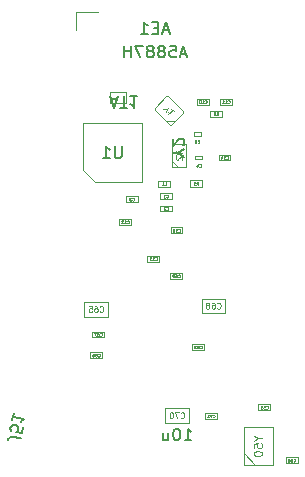
<source format=gbr>
G04 #@! TF.GenerationSoftware,KiCad,Pcbnew,(6.0.4)*
G04 #@! TF.CreationDate,2022-07-14T10:50:46-04:00*
G04 #@! TF.ProjectId,ratkit_design,7261746b-6974-45f6-9465-7369676e2e6b,RatKit2022_proA*
G04 #@! TF.SameCoordinates,PX41672a0PY65bcec0*
G04 #@! TF.FileFunction,AssemblyDrawing,Bot*
%FSLAX46Y46*%
G04 Gerber Fmt 4.6, Leading zero omitted, Abs format (unit mm)*
G04 Created by KiCad (PCBNEW (6.0.4)) date 2022-07-14 10:50:46*
%MOMM*%
%LPD*%
G01*
G04 APERTURE LIST*
%ADD10C,0.150000*%
%ADD11C,0.105000*%
%ADD12C,0.040000*%
%ADD13C,0.080000*%
%ADD14C,0.075000*%
%ADD15C,0.100000*%
G04 APERTURE END LIST*
D10*
G04 #@! TO.C,J51*
X9922916Y19596602D02*
X9222502Y19736685D01*
X9073080Y19718008D01*
X8961014Y19643297D01*
X8886302Y19512553D01*
X8867625Y19419165D01*
X10109695Y20530488D02*
X10016306Y20063545D01*
X9540024Y20110240D01*
X9596057Y20147595D01*
X9661429Y20231645D01*
X9708124Y20465116D01*
X9680107Y20567844D01*
X9642752Y20623877D01*
X9558702Y20689249D01*
X9325230Y20735944D01*
X9222503Y20707927D01*
X9166470Y20670572D01*
X9101098Y20586522D01*
X9054403Y20353051D01*
X9082419Y20250323D01*
X9119775Y20194290D01*
X9325232Y21707186D02*
X9213165Y21146854D01*
X9269198Y21427020D02*
X10249779Y21230902D01*
X10091018Y21165531D01*
X9978951Y21090820D01*
X9913579Y21006770D01*
D11*
G04 #@! TO.C,Y50*
X30031533Y19589667D02*
X30364866Y19589667D01*
X29664866Y19823000D02*
X30031533Y19589667D01*
X29664866Y19356334D01*
X29664866Y18789667D02*
X29664866Y19123000D01*
X29998200Y19156334D01*
X29964866Y19123000D01*
X29931533Y19056334D01*
X29931533Y18889667D01*
X29964866Y18823000D01*
X29998200Y18789667D01*
X30064866Y18756334D01*
X30231533Y18756334D01*
X30298200Y18789667D01*
X30331533Y18823000D01*
X30364866Y18889667D01*
X30364866Y19056334D01*
X30331533Y19123000D01*
X30298200Y19156334D01*
X29664866Y18323000D02*
X29664866Y18256334D01*
X29698200Y18189667D01*
X29731533Y18156334D01*
X29798200Y18123000D01*
X29931533Y18089667D01*
X30098200Y18089667D01*
X30231533Y18123000D01*
X30298200Y18156334D01*
X30331533Y18189667D01*
X30364866Y18256334D01*
X30364866Y18323000D01*
X30331533Y18389667D01*
X30298200Y18423000D01*
X30231533Y18456334D01*
X30098200Y18489667D01*
X29931533Y18489667D01*
X29798200Y18456334D01*
X29731533Y18423000D01*
X29698200Y18389667D01*
X29664866Y18323000D01*
D12*
G04 #@! TO.C,C2*
X22266666Y38950515D02*
X22278571Y38938610D01*
X22314285Y38926705D01*
X22338095Y38926705D01*
X22373809Y38938610D01*
X22397619Y38962420D01*
X22409523Y38986229D01*
X22421428Y39033848D01*
X22421428Y39069562D01*
X22409523Y39117181D01*
X22397619Y39140991D01*
X22373809Y39164800D01*
X22338095Y39176705D01*
X22314285Y39176705D01*
X22278571Y39164800D01*
X22266666Y39152896D01*
X22171428Y39152896D02*
X22159523Y39164800D01*
X22135714Y39176705D01*
X22076190Y39176705D01*
X22052380Y39164800D01*
X22040476Y39152896D01*
X22028571Y39129086D01*
X22028571Y39105277D01*
X22040476Y39069562D01*
X22183333Y38926705D01*
X22028571Y38926705D01*
G04 #@! TO.C,C56*
X33028314Y17639915D02*
X33040219Y17628010D01*
X33075933Y17616105D01*
X33099742Y17616105D01*
X33135457Y17628010D01*
X33159266Y17651820D01*
X33171171Y17675629D01*
X33183076Y17723248D01*
X33183076Y17758962D01*
X33171171Y17806581D01*
X33159266Y17830391D01*
X33135457Y17854200D01*
X33099742Y17866105D01*
X33075933Y17866105D01*
X33040219Y17854200D01*
X33028314Y17842296D01*
X32802123Y17866105D02*
X32921171Y17866105D01*
X32933076Y17747058D01*
X32921171Y17758962D01*
X32897361Y17770867D01*
X32837838Y17770867D01*
X32814028Y17758962D01*
X32802123Y17747058D01*
X32790219Y17723248D01*
X32790219Y17663724D01*
X32802123Y17639915D01*
X32814028Y17628010D01*
X32837838Y17616105D01*
X32897361Y17616105D01*
X32921171Y17628010D01*
X32933076Y17639915D01*
X32575933Y17866105D02*
X32623552Y17866105D01*
X32647361Y17854200D01*
X32659266Y17842296D01*
X32683076Y17806581D01*
X32694980Y17758962D01*
X32694980Y17663724D01*
X32683076Y17639915D01*
X32671171Y17628010D01*
X32647361Y17616105D01*
X32599742Y17616105D01*
X32575933Y17628010D01*
X32564028Y17639915D01*
X32552123Y17663724D01*
X32552123Y17723248D01*
X32564028Y17747058D01*
X32575933Y17758962D01*
X32599742Y17770867D01*
X32647361Y17770867D01*
X32671171Y17758962D01*
X32683076Y17747058D01*
X32694980Y17723248D01*
D10*
G04 #@! TO.C,U1*
X18465704Y44311820D02*
X18465704Y43502296D01*
X18418085Y43407058D01*
X18370466Y43359439D01*
X18275228Y43311820D01*
X18084752Y43311820D01*
X17989514Y43359439D01*
X17941895Y43407058D01*
X17894276Y43502296D01*
X17894276Y44311820D01*
X16894276Y43311820D02*
X17465704Y43311820D01*
X17179990Y43311820D02*
X17179990Y44311820D01*
X17275228Y44168962D01*
X17370466Y44073724D01*
X17465704Y44026105D01*
D12*
G04 #@! TO.C,C69*
X23249314Y33235515D02*
X23261219Y33223610D01*
X23296933Y33211705D01*
X23320742Y33211705D01*
X23356457Y33223610D01*
X23380266Y33247420D01*
X23392171Y33271229D01*
X23404076Y33318848D01*
X23404076Y33354562D01*
X23392171Y33402181D01*
X23380266Y33425991D01*
X23356457Y33449800D01*
X23320742Y33461705D01*
X23296933Y33461705D01*
X23261219Y33449800D01*
X23249314Y33437896D01*
X23035028Y33461705D02*
X23082647Y33461705D01*
X23106457Y33449800D01*
X23118361Y33437896D01*
X23142171Y33402181D01*
X23154076Y33354562D01*
X23154076Y33259324D01*
X23142171Y33235515D01*
X23130266Y33223610D01*
X23106457Y33211705D01*
X23058838Y33211705D01*
X23035028Y33223610D01*
X23023123Y33235515D01*
X23011219Y33259324D01*
X23011219Y33318848D01*
X23023123Y33342658D01*
X23035028Y33354562D01*
X23058838Y33366467D01*
X23106457Y33366467D01*
X23130266Y33354562D01*
X23142171Y33342658D01*
X23154076Y33318848D01*
X22892171Y33211705D02*
X22844552Y33211705D01*
X22820742Y33223610D01*
X22808838Y33235515D01*
X22785028Y33271229D01*
X22773123Y33318848D01*
X22773123Y33414086D01*
X22785028Y33437896D01*
X22796933Y33449800D01*
X22820742Y33461705D01*
X22868361Y33461705D01*
X22892171Y33449800D01*
X22904076Y33437896D01*
X22915980Y33414086D01*
X22915980Y33354562D01*
X22904076Y33330753D01*
X22892171Y33318848D01*
X22868361Y33306943D01*
X22820742Y33306943D01*
X22796933Y33318848D01*
X22785028Y33330753D01*
X22773123Y33354562D01*
G04 #@! TO.C,C71*
X26193114Y21373715D02*
X26205019Y21361810D01*
X26240733Y21349905D01*
X26264542Y21349905D01*
X26300257Y21361810D01*
X26324066Y21385620D01*
X26335971Y21409429D01*
X26347876Y21457048D01*
X26347876Y21492762D01*
X26335971Y21540381D01*
X26324066Y21564191D01*
X26300257Y21588000D01*
X26264542Y21599905D01*
X26240733Y21599905D01*
X26205019Y21588000D01*
X26193114Y21576096D01*
X26109780Y21599905D02*
X25943114Y21599905D01*
X26050257Y21349905D01*
X25716923Y21349905D02*
X25859780Y21349905D01*
X25788352Y21349905D02*
X25788352Y21599905D01*
X25812161Y21564191D01*
X25835971Y21540381D01*
X25859780Y21528477D01*
G04 #@! TO.C,C3*
X19372733Y39734343D02*
X19385114Y39721962D01*
X19422257Y39709581D01*
X19447019Y39709581D01*
X19484161Y39721962D01*
X19508923Y39746724D01*
X19521304Y39771486D01*
X19533685Y39821010D01*
X19533685Y39858153D01*
X19521304Y39907677D01*
X19508923Y39932439D01*
X19484161Y39957200D01*
X19447019Y39969581D01*
X19422257Y39969581D01*
X19385114Y39957200D01*
X19372733Y39944820D01*
X19286066Y39969581D02*
X19125114Y39969581D01*
X19211780Y39870534D01*
X19174638Y39870534D01*
X19149876Y39858153D01*
X19137495Y39845772D01*
X19125114Y39821010D01*
X19125114Y39759105D01*
X19137495Y39734343D01*
X19149876Y39721962D01*
X19174638Y39709581D01*
X19248923Y39709581D01*
X19273685Y39721962D01*
X19286066Y39734343D01*
G04 #@! TO.C,C4*
X25060666Y42588515D02*
X25072571Y42576610D01*
X25108285Y42564705D01*
X25132095Y42564705D01*
X25167809Y42576610D01*
X25191619Y42600420D01*
X25203523Y42624229D01*
X25215428Y42671848D01*
X25215428Y42707562D01*
X25203523Y42755181D01*
X25191619Y42778991D01*
X25167809Y42802800D01*
X25132095Y42814705D01*
X25108285Y42814705D01*
X25072571Y42802800D01*
X25060666Y42790896D01*
X24846380Y42731372D02*
X24846380Y42564705D01*
X24905904Y42826610D02*
X24965428Y42648039D01*
X24810666Y42648039D01*
D13*
G04 #@! TO.C,C68*
X26559628Y30606229D02*
X26583438Y30582420D01*
X26654866Y30558610D01*
X26702485Y30558610D01*
X26773914Y30582420D01*
X26821533Y30630039D01*
X26845342Y30677658D01*
X26869152Y30772896D01*
X26869152Y30844324D01*
X26845342Y30939562D01*
X26821533Y30987181D01*
X26773914Y31034800D01*
X26702485Y31058610D01*
X26654866Y31058610D01*
X26583438Y31034800D01*
X26559628Y31010991D01*
X26131057Y31058610D02*
X26226295Y31058610D01*
X26273914Y31034800D01*
X26297723Y31010991D01*
X26345342Y30939562D01*
X26369152Y30844324D01*
X26369152Y30653848D01*
X26345342Y30606229D01*
X26321533Y30582420D01*
X26273914Y30558610D01*
X26178676Y30558610D01*
X26131057Y30582420D01*
X26107247Y30606229D01*
X26083438Y30653848D01*
X26083438Y30772896D01*
X26107247Y30820515D01*
X26131057Y30844324D01*
X26178676Y30868134D01*
X26273914Y30868134D01*
X26321533Y30844324D01*
X26345342Y30820515D01*
X26369152Y30772896D01*
X25797723Y30844324D02*
X25845342Y30868134D01*
X25869152Y30891943D01*
X25892961Y30939562D01*
X25892961Y30963372D01*
X25869152Y31010991D01*
X25845342Y31034800D01*
X25797723Y31058610D01*
X25702485Y31058610D01*
X25654866Y31034800D01*
X25631057Y31010991D01*
X25607247Y30963372D01*
X25607247Y30939562D01*
X25631057Y30891943D01*
X25654866Y30868134D01*
X25702485Y30844324D01*
X25797723Y30844324D01*
X25845342Y30820515D01*
X25869152Y30796705D01*
X25892961Y30749086D01*
X25892961Y30653848D01*
X25869152Y30606229D01*
X25845342Y30582420D01*
X25797723Y30558610D01*
X25702485Y30558610D01*
X25654866Y30582420D01*
X25631057Y30606229D01*
X25607247Y30653848D01*
X25607247Y30749086D01*
X25631057Y30796705D01*
X25654866Y30820515D01*
X25702485Y30844324D01*
D10*
G04 #@! TO.C,AT1*
X17599161Y48286967D02*
X18075352Y48286967D01*
X17503923Y48572681D02*
X17837257Y47572681D01*
X18170590Y48572681D01*
X18361066Y47572681D02*
X18932495Y47572681D01*
X18646780Y48572681D02*
X18646780Y47572681D01*
X19789638Y48572681D02*
X19218209Y48572681D01*
X19503923Y48572681D02*
X19503923Y47572681D01*
X19408685Y47715539D01*
X19313447Y47810777D01*
X19218209Y47858396D01*
D12*
G04 #@! TO.C,C12*
X18931314Y37807515D02*
X18943219Y37795610D01*
X18978933Y37783705D01*
X19002742Y37783705D01*
X19038457Y37795610D01*
X19062266Y37819420D01*
X19074171Y37843229D01*
X19086076Y37890848D01*
X19086076Y37926562D01*
X19074171Y37974181D01*
X19062266Y37997991D01*
X19038457Y38021800D01*
X19002742Y38033705D01*
X18978933Y38033705D01*
X18943219Y38021800D01*
X18931314Y38009896D01*
X18693219Y37783705D02*
X18836076Y37783705D01*
X18764647Y37783705D02*
X18764647Y38033705D01*
X18788457Y37997991D01*
X18812266Y37974181D01*
X18836076Y37962277D01*
X18597980Y38009896D02*
X18586076Y38021800D01*
X18562266Y38033705D01*
X18502742Y38033705D01*
X18478933Y38021800D01*
X18467028Y38009896D01*
X18455123Y37986086D01*
X18455123Y37962277D01*
X18467028Y37926562D01*
X18609885Y37783705D01*
X18455123Y37783705D01*
G04 #@! TO.C,L1*
X22088866Y41034905D02*
X22207914Y41034905D01*
X22207914Y41284905D01*
X21874580Y41034905D02*
X22017438Y41034905D01*
X21946009Y41034905D02*
X21946009Y41284905D01*
X21969819Y41249191D01*
X21993628Y41225381D01*
X22017438Y41213477D01*
G04 #@! TO.C,R1*
X24808333Y41030381D02*
X24895000Y41154191D01*
X24956904Y41030381D02*
X24956904Y41290381D01*
X24857857Y41290381D01*
X24833095Y41278000D01*
X24820714Y41265620D01*
X24808333Y41240858D01*
X24808333Y41203715D01*
X24820714Y41178953D01*
X24833095Y41166572D01*
X24857857Y41154191D01*
X24956904Y41154191D01*
X24560714Y41030381D02*
X24709285Y41030381D01*
X24635000Y41030381D02*
X24635000Y41290381D01*
X24659761Y41253239D01*
X24684523Y41228477D01*
X24709285Y41216096D01*
G04 #@! TO.C,C55*
X30716914Y22110315D02*
X30728819Y22098410D01*
X30764533Y22086505D01*
X30788342Y22086505D01*
X30824057Y22098410D01*
X30847866Y22122220D01*
X30859771Y22146029D01*
X30871676Y22193648D01*
X30871676Y22229362D01*
X30859771Y22276981D01*
X30847866Y22300791D01*
X30824057Y22324600D01*
X30788342Y22336505D01*
X30764533Y22336505D01*
X30728819Y22324600D01*
X30716914Y22312696D01*
X30490723Y22336505D02*
X30609771Y22336505D01*
X30621676Y22217458D01*
X30609771Y22229362D01*
X30585961Y22241267D01*
X30526438Y22241267D01*
X30502628Y22229362D01*
X30490723Y22217458D01*
X30478819Y22193648D01*
X30478819Y22134124D01*
X30490723Y22110315D01*
X30502628Y22098410D01*
X30526438Y22086505D01*
X30585961Y22086505D01*
X30609771Y22098410D01*
X30621676Y22110315D01*
X30252628Y22336505D02*
X30371676Y22336505D01*
X30383580Y22217458D01*
X30371676Y22229362D01*
X30347866Y22241267D01*
X30288342Y22241267D01*
X30264533Y22229362D01*
X30252628Y22217458D01*
X30240723Y22193648D01*
X30240723Y22134124D01*
X30252628Y22110315D01*
X30264533Y22098410D01*
X30288342Y22086505D01*
X30347866Y22086505D01*
X30371676Y22098410D01*
X30383580Y22110315D01*
D13*
G04 #@! TO.C,C65*
X16628228Y30326829D02*
X16652038Y30303020D01*
X16723466Y30279210D01*
X16771085Y30279210D01*
X16842514Y30303020D01*
X16890133Y30350639D01*
X16913942Y30398258D01*
X16937752Y30493496D01*
X16937752Y30564924D01*
X16913942Y30660162D01*
X16890133Y30707781D01*
X16842514Y30755400D01*
X16771085Y30779210D01*
X16723466Y30779210D01*
X16652038Y30755400D01*
X16628228Y30731591D01*
X16199657Y30779210D02*
X16294895Y30779210D01*
X16342514Y30755400D01*
X16366323Y30731591D01*
X16413942Y30660162D01*
X16437752Y30564924D01*
X16437752Y30374448D01*
X16413942Y30326829D01*
X16390133Y30303020D01*
X16342514Y30279210D01*
X16247276Y30279210D01*
X16199657Y30303020D01*
X16175847Y30326829D01*
X16152038Y30374448D01*
X16152038Y30493496D01*
X16175847Y30541115D01*
X16199657Y30564924D01*
X16247276Y30588734D01*
X16342514Y30588734D01*
X16390133Y30564924D01*
X16413942Y30541115D01*
X16437752Y30493496D01*
X15699657Y30779210D02*
X15937752Y30779210D01*
X15961561Y30541115D01*
X15937752Y30564924D01*
X15890133Y30588734D01*
X15771085Y30588734D01*
X15723466Y30564924D01*
X15699657Y30541115D01*
X15675847Y30493496D01*
X15675847Y30374448D01*
X15699657Y30326829D01*
X15723466Y30303020D01*
X15771085Y30279210D01*
X15890133Y30279210D01*
X15937752Y30303020D01*
X15961561Y30326829D01*
D12*
G04 #@! TO.C,C66*
X16467514Y26529915D02*
X16479419Y26518010D01*
X16515133Y26506105D01*
X16538942Y26506105D01*
X16574657Y26518010D01*
X16598466Y26541820D01*
X16610371Y26565629D01*
X16622276Y26613248D01*
X16622276Y26648962D01*
X16610371Y26696581D01*
X16598466Y26720391D01*
X16574657Y26744200D01*
X16538942Y26756105D01*
X16515133Y26756105D01*
X16479419Y26744200D01*
X16467514Y26732296D01*
X16253228Y26756105D02*
X16300847Y26756105D01*
X16324657Y26744200D01*
X16336561Y26732296D01*
X16360371Y26696581D01*
X16372276Y26648962D01*
X16372276Y26553724D01*
X16360371Y26529915D01*
X16348466Y26518010D01*
X16324657Y26506105D01*
X16277038Y26506105D01*
X16253228Y26518010D01*
X16241323Y26529915D01*
X16229419Y26553724D01*
X16229419Y26613248D01*
X16241323Y26637058D01*
X16253228Y26648962D01*
X16277038Y26660867D01*
X16324657Y26660867D01*
X16348466Y26648962D01*
X16360371Y26637058D01*
X16372276Y26613248D01*
X16015133Y26756105D02*
X16062752Y26756105D01*
X16086561Y26744200D01*
X16098466Y26732296D01*
X16122276Y26696581D01*
X16134180Y26648962D01*
X16134180Y26553724D01*
X16122276Y26529915D01*
X16110371Y26518010D01*
X16086561Y26506105D01*
X16038942Y26506105D01*
X16015133Y26518010D01*
X16003228Y26529915D01*
X15991323Y26553724D01*
X15991323Y26613248D01*
X16003228Y26637058D01*
X16015133Y26648962D01*
X16038942Y26660867D01*
X16086561Y26660867D01*
X16110371Y26648962D01*
X16122276Y26637058D01*
X16134180Y26613248D01*
G04 #@! TO.C,C14*
X27338714Y43268515D02*
X27350619Y43256610D01*
X27386333Y43244705D01*
X27410142Y43244705D01*
X27445857Y43256610D01*
X27469666Y43280420D01*
X27481571Y43304229D01*
X27493476Y43351848D01*
X27493476Y43387562D01*
X27481571Y43435181D01*
X27469666Y43458991D01*
X27445857Y43482800D01*
X27410142Y43494705D01*
X27386333Y43494705D01*
X27350619Y43482800D01*
X27338714Y43470896D01*
X27100619Y43244705D02*
X27243476Y43244705D01*
X27172047Y43244705D02*
X27172047Y43494705D01*
X27195857Y43458991D01*
X27219666Y43435181D01*
X27243476Y43423277D01*
X26886333Y43411372D02*
X26886333Y43244705D01*
X26945857Y43506610D02*
X27005380Y43328039D01*
X26850619Y43328039D01*
G04 #@! TO.C,C10*
X25509914Y47992915D02*
X25521819Y47981010D01*
X25557533Y47969105D01*
X25581342Y47969105D01*
X25617057Y47981010D01*
X25640866Y48004820D01*
X25652771Y48028629D01*
X25664676Y48076248D01*
X25664676Y48111962D01*
X25652771Y48159581D01*
X25640866Y48183391D01*
X25617057Y48207200D01*
X25581342Y48219105D01*
X25557533Y48219105D01*
X25521819Y48207200D01*
X25509914Y48195296D01*
X25271819Y47969105D02*
X25414676Y47969105D01*
X25343247Y47969105D02*
X25343247Y48219105D01*
X25367057Y48183391D01*
X25390866Y48159581D01*
X25414676Y48147677D01*
X25117057Y48219105D02*
X25093247Y48219105D01*
X25069438Y48207200D01*
X25057533Y48195296D01*
X25045628Y48171486D01*
X25033723Y48123867D01*
X25033723Y48064343D01*
X25045628Y48016724D01*
X25057533Y47992915D01*
X25069438Y47981010D01*
X25093247Y47969105D01*
X25117057Y47969105D01*
X25140866Y47981010D01*
X25152771Y47992915D01*
X25164676Y48016724D01*
X25176580Y48064343D01*
X25176580Y48123867D01*
X25164676Y48171486D01*
X25152771Y48195296D01*
X25140866Y48207200D01*
X25117057Y48219105D01*
D10*
G04 #@! TO.C,AE1*
X23947266Y52124934D02*
X23471076Y52124934D01*
X24042504Y51839220D02*
X23709171Y52839220D01*
X23375838Y51839220D01*
X22566314Y52839220D02*
X23042504Y52839220D01*
X23090123Y52363029D01*
X23042504Y52410648D01*
X22947266Y52458267D01*
X22709171Y52458267D01*
X22613933Y52410648D01*
X22566314Y52363029D01*
X22518695Y52267791D01*
X22518695Y52029696D01*
X22566314Y51934458D01*
X22613933Y51886839D01*
X22709171Y51839220D01*
X22947266Y51839220D01*
X23042504Y51886839D01*
X23090123Y51934458D01*
X21947266Y52410648D02*
X22042504Y52458267D01*
X22090123Y52505886D01*
X22137742Y52601124D01*
X22137742Y52648743D01*
X22090123Y52743981D01*
X22042504Y52791600D01*
X21947266Y52839220D01*
X21756790Y52839220D01*
X21661552Y52791600D01*
X21613933Y52743981D01*
X21566314Y52648743D01*
X21566314Y52601124D01*
X21613933Y52505886D01*
X21661552Y52458267D01*
X21756790Y52410648D01*
X21947266Y52410648D01*
X22042504Y52363029D01*
X22090123Y52315410D01*
X22137742Y52220172D01*
X22137742Y52029696D01*
X22090123Y51934458D01*
X22042504Y51886839D01*
X21947266Y51839220D01*
X21756790Y51839220D01*
X21661552Y51886839D01*
X21613933Y51934458D01*
X21566314Y52029696D01*
X21566314Y52220172D01*
X21613933Y52315410D01*
X21661552Y52363029D01*
X21756790Y52410648D01*
X20994885Y52410648D02*
X21090123Y52458267D01*
X21137742Y52505886D01*
X21185361Y52601124D01*
X21185361Y52648743D01*
X21137742Y52743981D01*
X21090123Y52791600D01*
X20994885Y52839220D01*
X20804409Y52839220D01*
X20709171Y52791600D01*
X20661552Y52743981D01*
X20613933Y52648743D01*
X20613933Y52601124D01*
X20661552Y52505886D01*
X20709171Y52458267D01*
X20804409Y52410648D01*
X20994885Y52410648D01*
X21090123Y52363029D01*
X21137742Y52315410D01*
X21185361Y52220172D01*
X21185361Y52029696D01*
X21137742Y51934458D01*
X21090123Y51886839D01*
X20994885Y51839220D01*
X20804409Y51839220D01*
X20709171Y51886839D01*
X20661552Y51934458D01*
X20613933Y52029696D01*
X20613933Y52220172D01*
X20661552Y52315410D01*
X20709171Y52363029D01*
X20804409Y52410648D01*
X20280600Y52839220D02*
X19613933Y52839220D01*
X20042504Y51839220D01*
X19232980Y51839220D02*
X19232980Y52839220D01*
X19232980Y52363029D02*
X18661552Y52363029D01*
X18661552Y51839220D02*
X18661552Y52839220D01*
X22447266Y54124934D02*
X21971076Y54124934D01*
X22542504Y53839220D02*
X22209171Y54839220D01*
X21875838Y53839220D01*
X21542504Y54363029D02*
X21209171Y54363029D01*
X21066314Y53839220D02*
X21542504Y53839220D01*
X21542504Y54839220D01*
X21066314Y54839220D01*
X20113933Y53839220D02*
X20685361Y53839220D01*
X20399647Y53839220D02*
X20399647Y54839220D01*
X20494885Y54696362D01*
X20590123Y54601124D01*
X20685361Y54553505D01*
D12*
G04 #@! TO.C,R2*
X26510133Y46923181D02*
X26596800Y47046991D01*
X26658704Y46923181D02*
X26658704Y47183181D01*
X26559657Y47183181D01*
X26534895Y47170800D01*
X26522514Y47158420D01*
X26510133Y47133658D01*
X26510133Y47096515D01*
X26522514Y47071753D01*
X26534895Y47059372D01*
X26559657Y47046991D01*
X26658704Y47046991D01*
X26411085Y47158420D02*
X26398704Y47170800D01*
X26373942Y47183181D01*
X26312038Y47183181D01*
X26287276Y47170800D01*
X26274895Y47158420D01*
X26262514Y47133658D01*
X26262514Y47108896D01*
X26274895Y47071753D01*
X26423466Y46923181D01*
X26262514Y46923181D01*
G04 #@! TO.C,C15*
X21318914Y34708715D02*
X21330819Y34696810D01*
X21366533Y34684905D01*
X21390342Y34684905D01*
X21426057Y34696810D01*
X21449866Y34720620D01*
X21461771Y34744429D01*
X21473676Y34792048D01*
X21473676Y34827762D01*
X21461771Y34875381D01*
X21449866Y34899191D01*
X21426057Y34923000D01*
X21390342Y34934905D01*
X21366533Y34934905D01*
X21330819Y34923000D01*
X21318914Y34911096D01*
X21080819Y34684905D02*
X21223676Y34684905D01*
X21152247Y34684905D02*
X21152247Y34934905D01*
X21176057Y34899191D01*
X21199866Y34875381D01*
X21223676Y34863477D01*
X20854628Y34934905D02*
X20973676Y34934905D01*
X20985580Y34815858D01*
X20973676Y34827762D01*
X20949866Y34839667D01*
X20890342Y34839667D01*
X20866533Y34827762D01*
X20854628Y34815858D01*
X20842723Y34792048D01*
X20842723Y34732524D01*
X20854628Y34708715D01*
X20866533Y34696810D01*
X20890342Y34684905D01*
X20949866Y34684905D01*
X20973676Y34696810D01*
X20985580Y34708715D01*
G04 #@! TO.C,C16*
X23274714Y37096315D02*
X23286619Y37084410D01*
X23322333Y37072505D01*
X23346142Y37072505D01*
X23381857Y37084410D01*
X23405666Y37108220D01*
X23417571Y37132029D01*
X23429476Y37179648D01*
X23429476Y37215362D01*
X23417571Y37262981D01*
X23405666Y37286791D01*
X23381857Y37310600D01*
X23346142Y37322505D01*
X23322333Y37322505D01*
X23286619Y37310600D01*
X23274714Y37298696D01*
X23036619Y37072505D02*
X23179476Y37072505D01*
X23108047Y37072505D02*
X23108047Y37322505D01*
X23131857Y37286791D01*
X23155666Y37262981D01*
X23179476Y37251077D01*
X22822333Y37322505D02*
X22869952Y37322505D01*
X22893761Y37310600D01*
X22905666Y37298696D01*
X22929476Y37262981D01*
X22941380Y37215362D01*
X22941380Y37120124D01*
X22929476Y37096315D01*
X22917571Y37084410D01*
X22893761Y37072505D01*
X22846142Y37072505D01*
X22822333Y37084410D01*
X22810428Y37096315D01*
X22798523Y37120124D01*
X22798523Y37179648D01*
X22810428Y37203458D01*
X22822333Y37215362D01*
X22846142Y37227267D01*
X22893761Y37227267D01*
X22917571Y37215362D01*
X22929476Y37203458D01*
X22941380Y37179648D01*
G04 #@! TO.C,C5*
X24908266Y44595115D02*
X24920171Y44583210D01*
X24955885Y44571305D01*
X24979695Y44571305D01*
X25015409Y44583210D01*
X25039219Y44607020D01*
X25051123Y44630829D01*
X25063028Y44678448D01*
X25063028Y44714162D01*
X25051123Y44761781D01*
X25039219Y44785591D01*
X25015409Y44809400D01*
X24979695Y44821305D01*
X24955885Y44821305D01*
X24920171Y44809400D01*
X24908266Y44797496D01*
X24682076Y44821305D02*
X24801123Y44821305D01*
X24813028Y44702258D01*
X24801123Y44714162D01*
X24777314Y44726067D01*
X24717790Y44726067D01*
X24693980Y44714162D01*
X24682076Y44702258D01*
X24670171Y44678448D01*
X24670171Y44618924D01*
X24682076Y44595115D01*
X24693980Y44583210D01*
X24717790Y44571305D01*
X24777314Y44571305D01*
X24801123Y44583210D01*
X24813028Y44595115D01*
G04 #@! TO.C,C67*
X16645314Y28282515D02*
X16657219Y28270610D01*
X16692933Y28258705D01*
X16716742Y28258705D01*
X16752457Y28270610D01*
X16776266Y28294420D01*
X16788171Y28318229D01*
X16800076Y28365848D01*
X16800076Y28401562D01*
X16788171Y28449181D01*
X16776266Y28472991D01*
X16752457Y28496800D01*
X16716742Y28508705D01*
X16692933Y28508705D01*
X16657219Y28496800D01*
X16645314Y28484896D01*
X16431028Y28508705D02*
X16478647Y28508705D01*
X16502457Y28496800D01*
X16514361Y28484896D01*
X16538171Y28449181D01*
X16550076Y28401562D01*
X16550076Y28306324D01*
X16538171Y28282515D01*
X16526266Y28270610D01*
X16502457Y28258705D01*
X16454838Y28258705D01*
X16431028Y28270610D01*
X16419123Y28282515D01*
X16407219Y28306324D01*
X16407219Y28365848D01*
X16419123Y28389658D01*
X16431028Y28401562D01*
X16454838Y28413467D01*
X16502457Y28413467D01*
X16526266Y28401562D01*
X16538171Y28389658D01*
X16550076Y28365848D01*
X16323885Y28508705D02*
X16157219Y28508705D01*
X16264361Y28258705D01*
D10*
G04 #@! TO.C,C70*
X23807657Y19411420D02*
X24379085Y19411420D01*
X24093371Y19411420D02*
X24093371Y20411420D01*
X24188609Y20268562D01*
X24283847Y20173324D01*
X24379085Y20125705D01*
X23188609Y20411420D02*
X23093371Y20411420D01*
X22998133Y20363800D01*
X22950514Y20316181D01*
X22902895Y20220943D01*
X22855276Y20030467D01*
X22855276Y19792372D01*
X22902895Y19601896D01*
X22950514Y19506658D01*
X22998133Y19459039D01*
X23093371Y19411420D01*
X23188609Y19411420D01*
X23283847Y19459039D01*
X23331466Y19506658D01*
X23379085Y19601896D01*
X23426704Y19792372D01*
X23426704Y20030467D01*
X23379085Y20220943D01*
X23331466Y20316181D01*
X23283847Y20363800D01*
X23188609Y20411420D01*
X21998133Y20078086D02*
X21998133Y19411420D01*
X22426704Y20078086D02*
X22426704Y19554277D01*
X22379085Y19459039D01*
X22283847Y19411420D01*
X22140990Y19411420D01*
X22045752Y19459039D01*
X21998133Y19506658D01*
D13*
X23486228Y21335229D02*
X23510038Y21311420D01*
X23581466Y21287610D01*
X23629085Y21287610D01*
X23700514Y21311420D01*
X23748133Y21359039D01*
X23771942Y21406658D01*
X23795752Y21501896D01*
X23795752Y21573324D01*
X23771942Y21668562D01*
X23748133Y21716181D01*
X23700514Y21763800D01*
X23629085Y21787610D01*
X23581466Y21787610D01*
X23510038Y21763800D01*
X23486228Y21739991D01*
X23319561Y21787610D02*
X22986228Y21787610D01*
X23200514Y21287610D01*
X22700514Y21787610D02*
X22652895Y21787610D01*
X22605276Y21763800D01*
X22581466Y21739991D01*
X22557657Y21692372D01*
X22533847Y21597134D01*
X22533847Y21478086D01*
X22557657Y21382848D01*
X22581466Y21335229D01*
X22605276Y21311420D01*
X22652895Y21287610D01*
X22700514Y21287610D01*
X22748133Y21311420D01*
X22771942Y21335229D01*
X22795752Y21382848D01*
X22819561Y21478086D01*
X22819561Y21597134D01*
X22795752Y21692372D01*
X22771942Y21739991D01*
X22748133Y21763800D01*
X22700514Y21787610D01*
D14*
G04 #@! TO.C,Y2*
X23327245Y43777146D02*
X23565340Y43777146D01*
X23065340Y43943812D02*
X23327245Y43777146D01*
X23065340Y43610479D01*
X23112959Y43467622D02*
X23089150Y43443812D01*
X23065340Y43396193D01*
X23065340Y43277146D01*
X23089150Y43229527D01*
X23112959Y43205717D01*
X23160578Y43181908D01*
X23208197Y43181908D01*
X23279626Y43205717D01*
X23565340Y43491431D01*
X23565340Y43181908D01*
D10*
X23262959Y43762860D02*
X22786769Y43762860D01*
X23786769Y43429527D02*
X23262959Y43762860D01*
X23786769Y44096193D01*
X23691530Y44381908D02*
X23739150Y44429527D01*
X23786769Y44524765D01*
X23786769Y44762860D01*
X23739150Y44858098D01*
X23691530Y44905717D01*
X23596292Y44953336D01*
X23501054Y44953336D01*
X23358197Y44905717D01*
X22786769Y44334289D01*
X22786769Y44953336D01*
D12*
G04 #@! TO.C,C63*
X25103514Y27215715D02*
X25115419Y27203810D01*
X25151133Y27191905D01*
X25174942Y27191905D01*
X25210657Y27203810D01*
X25234466Y27227620D01*
X25246371Y27251429D01*
X25258276Y27299048D01*
X25258276Y27334762D01*
X25246371Y27382381D01*
X25234466Y27406191D01*
X25210657Y27430000D01*
X25174942Y27441905D01*
X25151133Y27441905D01*
X25115419Y27430000D01*
X25103514Y27418096D01*
X24889228Y27441905D02*
X24936847Y27441905D01*
X24960657Y27430000D01*
X24972561Y27418096D01*
X24996371Y27382381D01*
X25008276Y27334762D01*
X25008276Y27239524D01*
X24996371Y27215715D01*
X24984466Y27203810D01*
X24960657Y27191905D01*
X24913038Y27191905D01*
X24889228Y27203810D01*
X24877323Y27215715D01*
X24865419Y27239524D01*
X24865419Y27299048D01*
X24877323Y27322858D01*
X24889228Y27334762D01*
X24913038Y27346667D01*
X24960657Y27346667D01*
X24984466Y27334762D01*
X24996371Y27322858D01*
X25008276Y27299048D01*
X24782085Y27441905D02*
X24627323Y27441905D01*
X24710657Y27346667D01*
X24674942Y27346667D01*
X24651133Y27334762D01*
X24639228Y27322858D01*
X24627323Y27299048D01*
X24627323Y27239524D01*
X24639228Y27215715D01*
X24651133Y27203810D01*
X24674942Y27191905D01*
X24746371Y27191905D01*
X24770180Y27203810D01*
X24782085Y27215715D01*
G04 #@! TO.C,C1*
X22266666Y39991915D02*
X22278571Y39980010D01*
X22314285Y39968105D01*
X22338095Y39968105D01*
X22373809Y39980010D01*
X22397619Y40003820D01*
X22409523Y40027629D01*
X22421428Y40075248D01*
X22421428Y40110962D01*
X22409523Y40158581D01*
X22397619Y40182391D01*
X22373809Y40206200D01*
X22338095Y40218105D01*
X22314285Y40218105D01*
X22278571Y40206200D01*
X22266666Y40194296D01*
X22028571Y39968105D02*
X22171428Y39968105D01*
X22100000Y39968105D02*
X22100000Y40218105D01*
X22123809Y40182391D01*
X22147619Y40158581D01*
X22171428Y40146677D01*
D14*
G04 #@! TO.C,Y1*
X22307340Y47510007D02*
X22475699Y47678366D01*
X22004294Y47442664D02*
X22307340Y47510007D01*
X22239996Y47206962D01*
X22896595Y47257469D02*
X22694565Y47459500D01*
X22795580Y47358484D02*
X22442027Y47004931D01*
X22458863Y47089110D01*
X22458863Y47156454D01*
X22442027Y47206962D01*
D12*
G04 #@! TO.C,C11*
X27465714Y47992915D02*
X27477619Y47981010D01*
X27513333Y47969105D01*
X27537142Y47969105D01*
X27572857Y47981010D01*
X27596666Y48004820D01*
X27608571Y48028629D01*
X27620476Y48076248D01*
X27620476Y48111962D01*
X27608571Y48159581D01*
X27596666Y48183391D01*
X27572857Y48207200D01*
X27537142Y48219105D01*
X27513333Y48219105D01*
X27477619Y48207200D01*
X27465714Y48195296D01*
X27227619Y47969105D02*
X27370476Y47969105D01*
X27299047Y47969105D02*
X27299047Y48219105D01*
X27322857Y48183391D01*
X27346666Y48159581D01*
X27370476Y48147677D01*
X26989523Y47969105D02*
X27132380Y47969105D01*
X27060952Y47969105D02*
X27060952Y48219105D01*
X27084761Y48183391D01*
X27108571Y48159581D01*
X27132380Y48147677D01*
D15*
G04 #@! TO.C,Y50*
X29798200Y17323000D02*
X28798200Y18323000D01*
X28798200Y20523000D02*
X31298200Y20523000D01*
X28798200Y17323000D02*
X28798200Y20523000D01*
X31298200Y20523000D02*
X31298200Y17323000D01*
X31298200Y17323000D02*
X28798200Y17323000D01*
G04 #@! TO.C,C2*
X21725000Y38789800D02*
X22725000Y38789800D01*
X21725000Y39289800D02*
X21725000Y38789800D01*
X22725000Y38789800D02*
X22725000Y39289800D01*
X22725000Y39289800D02*
X21725000Y39289800D01*
G04 #@! TO.C,C56*
X32367600Y17979200D02*
X32367600Y17479200D01*
X33367600Y17479200D02*
X33367600Y17979200D01*
X32367600Y17479200D02*
X33367600Y17479200D01*
X33367600Y17979200D02*
X32367600Y17979200D01*
G04 #@! TO.C,U1*
X15203800Y42264200D02*
X16203800Y41264200D01*
X15203800Y46264200D02*
X15203800Y42264200D01*
X20203800Y46264200D02*
X15203800Y46264200D01*
X16203800Y41264200D02*
X20203800Y41264200D01*
X20203800Y41264200D02*
X20203800Y46264200D01*
G04 #@! TO.C,C69*
X23588600Y33574800D02*
X22588600Y33574800D01*
X23588600Y33074800D02*
X23588600Y33574800D01*
X22588600Y33074800D02*
X23588600Y33074800D01*
X22588600Y33574800D02*
X22588600Y33074800D01*
G04 #@! TO.C,C71*
X26532400Y21713000D02*
X25532400Y21713000D01*
X26532400Y21213000D02*
X26532400Y21713000D01*
X25532400Y21213000D02*
X26532400Y21213000D01*
X25532400Y21713000D02*
X25532400Y21213000D01*
G04 #@! TO.C,C3*
X19854400Y39557200D02*
X19854400Y40097200D01*
X18804400Y40097200D02*
X18804400Y39557200D01*
X19854400Y40097200D02*
X18804400Y40097200D01*
X18804400Y39557200D02*
X19854400Y39557200D01*
G04 #@! TO.C,C4*
X24719000Y43507800D02*
X24719000Y43207800D01*
X24719000Y43207800D02*
X25319000Y43207800D01*
X25319000Y43507800D02*
X24719000Y43507800D01*
X25319000Y43207800D02*
X25319000Y43507800D01*
G04 #@! TO.C,C68*
X25238200Y30159800D02*
X27238200Y30159800D01*
X25238200Y31409800D02*
X25238200Y30159800D01*
X27238200Y31409800D02*
X25238200Y31409800D01*
X27238200Y30159800D02*
X27238200Y31409800D01*
G04 #@! TO.C,AT1*
X17500600Y48933100D02*
X18872200Y48933100D01*
X18872200Y48933100D02*
X18872200Y47942500D01*
X18872200Y47942500D02*
X17500600Y47942500D01*
X17500600Y47942500D02*
X17500600Y48933100D01*
G04 #@! TO.C,C12*
X18270600Y37646800D02*
X19270600Y37646800D01*
X18270600Y38146800D02*
X18270600Y37646800D01*
X19270600Y37646800D02*
X19270600Y38146800D01*
X19270600Y38146800D02*
X18270600Y38146800D01*
G04 #@! TO.C,L1*
X21547200Y41398000D02*
X21547200Y40898000D01*
X22547200Y41398000D02*
X21547200Y41398000D01*
X22547200Y40898000D02*
X22547200Y41398000D01*
X21547200Y40898000D02*
X22547200Y40898000D01*
G04 #@! TO.C,R1*
X24240000Y41418000D02*
X24240000Y40878000D01*
X25290000Y41418000D02*
X24240000Y41418000D01*
X25290000Y40878000D02*
X25290000Y41418000D01*
X24240000Y40878000D02*
X25290000Y40878000D01*
G04 #@! TO.C,C55*
X31056200Y21949600D02*
X31056200Y22449600D01*
X30056200Y22449600D02*
X30056200Y21949600D01*
X31056200Y22449600D02*
X30056200Y22449600D01*
X30056200Y21949600D02*
X31056200Y21949600D01*
G04 #@! TO.C,C65*
X15306800Y29880400D02*
X17306800Y29880400D01*
X17306800Y31130400D02*
X15306800Y31130400D01*
X15306800Y31130400D02*
X15306800Y29880400D01*
X17306800Y29880400D02*
X17306800Y31130400D01*
G04 #@! TO.C,C66*
X16806800Y26369200D02*
X16806800Y26869200D01*
X15806800Y26869200D02*
X15806800Y26369200D01*
X15806800Y26369200D02*
X16806800Y26369200D01*
X16806800Y26869200D02*
X15806800Y26869200D01*
G04 #@! TO.C,C14*
X26678000Y43607800D02*
X26678000Y43107800D01*
X27678000Y43607800D02*
X26678000Y43607800D01*
X27678000Y43107800D02*
X27678000Y43607800D01*
X26678000Y43107800D02*
X27678000Y43107800D01*
G04 #@! TO.C,C10*
X24849200Y47832200D02*
X25849200Y47832200D01*
X25849200Y48332200D02*
X24849200Y48332200D01*
X25849200Y47832200D02*
X25849200Y48332200D01*
X24849200Y48332200D02*
X24849200Y47832200D01*
G04 #@! TO.C,AE1*
X16510600Y55691600D02*
X14610600Y55691600D01*
X14610600Y55691600D02*
X14610600Y54141600D01*
G04 #@! TO.C,R2*
X25941800Y47310800D02*
X25941800Y46770800D01*
X25941800Y46770800D02*
X26991800Y46770800D01*
X26991800Y46770800D02*
X26991800Y47310800D01*
X26991800Y47310800D02*
X25941800Y47310800D01*
G04 #@! TO.C,C15*
X21658200Y34548000D02*
X21658200Y35048000D01*
X20658200Y35048000D02*
X20658200Y34548000D01*
X20658200Y34548000D02*
X21658200Y34548000D01*
X21658200Y35048000D02*
X20658200Y35048000D01*
G04 #@! TO.C,C16*
X22614000Y37435600D02*
X22614000Y36935600D01*
X23614000Y36935600D02*
X23614000Y37435600D01*
X23614000Y37435600D02*
X22614000Y37435600D01*
X22614000Y36935600D02*
X23614000Y36935600D01*
G04 #@! TO.C,C5*
X25166600Y45214400D02*
X25166600Y45514400D01*
X24566600Y45514400D02*
X24566600Y45214400D01*
X24566600Y45214400D02*
X25166600Y45214400D01*
X25166600Y45514400D02*
X24566600Y45514400D01*
G04 #@! TO.C,C67*
X16984600Y28121800D02*
X16984600Y28621800D01*
X15984600Y28121800D02*
X16984600Y28121800D01*
X15984600Y28621800D02*
X15984600Y28121800D01*
X16984600Y28621800D02*
X15984600Y28621800D01*
G04 #@! TO.C,C70*
X24164800Y20888800D02*
X24164800Y22138800D01*
X22164800Y22138800D02*
X22164800Y20888800D01*
X24164800Y22138800D02*
X22164800Y22138800D01*
X22164800Y20888800D02*
X24164800Y20888800D01*
G04 #@! TO.C,Y2*
X23239150Y42539050D02*
X22739150Y43039050D01*
X23939150Y44539050D02*
X23939150Y42539050D01*
X22739150Y44539050D02*
X23939150Y44539050D01*
X22739150Y42539050D02*
X22739150Y44539050D01*
X23939150Y42539050D02*
X22739150Y42539050D01*
G04 #@! TO.C,C63*
X24442800Y27055000D02*
X25442800Y27055000D01*
X24442800Y27555000D02*
X24442800Y27055000D01*
X25442800Y27055000D02*
X25442800Y27555000D01*
X25442800Y27555000D02*
X24442800Y27555000D01*
G04 #@! TO.C,C1*
X21725000Y40331200D02*
X21725000Y39831200D01*
X22725000Y39831200D02*
X22725000Y40331200D01*
X22725000Y40331200D02*
X21725000Y40331200D01*
X21725000Y39831200D02*
X22725000Y39831200D01*
G04 #@! TO.C,Y1*
X22413406Y48552148D02*
X22271985Y48552148D01*
X21282035Y47420777D02*
X22554828Y46147984D01*
X22696249Y46147984D02*
X23686199Y47137934D01*
X22979092Y46430827D02*
X22271985Y46430827D01*
X22271985Y48552148D02*
X21282035Y47562198D01*
X22554828Y46147984D02*
X22696249Y46147984D01*
X23686199Y47137934D02*
X23686199Y47279355D01*
X21282035Y47562198D02*
X21282035Y47420777D01*
X23686199Y47279355D02*
X22413406Y48552148D01*
G04 #@! TO.C,C11*
X27805000Y48332200D02*
X26805000Y48332200D01*
X26805000Y48332200D02*
X26805000Y47832200D01*
X27805000Y47832200D02*
X27805000Y48332200D01*
X26805000Y47832200D02*
X27805000Y47832200D01*
G04 #@! TD*
M02*

</source>
